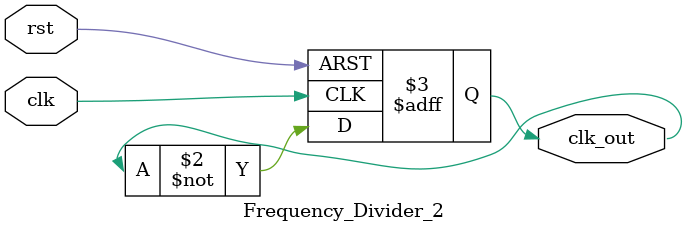
<source format=v>
`timescale 1ns / 1ps
module Frequency_Divider_2 (
    input clk,        // Input clock
    input rst,        // Reset signal
    output reg clk_out // Divided clock output
);

always @(posedge clk or posedge rst) begin
    if (rst)
        clk_out <= 0;  // Reset output clock to 0
    else
        clk_out <= ~clk_out; // Toggle output every clock cycle
end

endmodule

</source>
